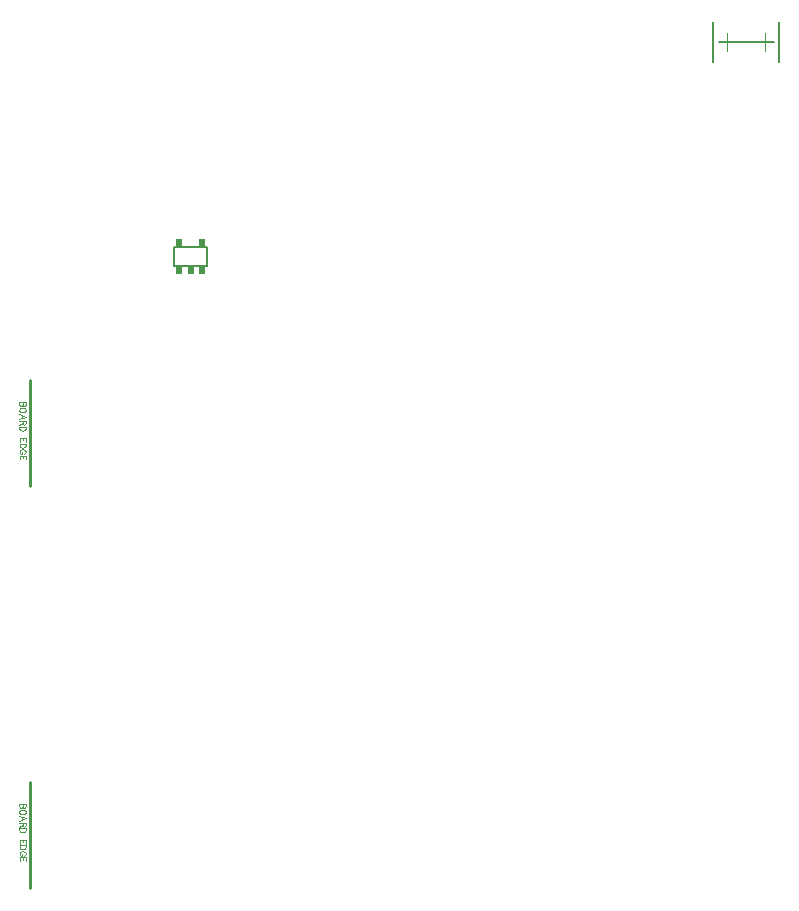
<source format=gbr>
G04 DipTrace 3.3.1.3*
G04 TopAssy.gbr*
%MOMM*%
G04 #@! TF.FileFunction,Drawing,Top*
G04 #@! TF.Part,Single*
%ADD10C,0.25*%
%ADD64C,0.127*%
%ADD65C,0.07*%
%ADD72C,0.1524*%
%ADD152C,0.07843*%
%FSLAX35Y35*%
G04*
G71*
G90*
G75*
G01*
G04 TopAssy*
%LPD*%
X1014516Y6455016D2*
D10*
Y5554984D1*
Y3053016D2*
Y2152984D1*
X6848546Y9314000D2*
D64*
X7318604D1*
X7358658Y9485130D2*
Y9142870D1*
X6798542D2*
Y9485130D1*
X6908626Y9314000D2*
X7248574D1*
X7238624Y9393986D2*
D65*
Y9234014D1*
X6918576D2*
Y9393986D1*
X2515993Y7419016D2*
D72*
X2236007D1*
Y7579004D2*
X2515993D1*
Y7419016D1*
X2236007Y7579004D2*
Y7419016D1*
G36*
X2256006Y7349016D2*
X2305989D1*
Y7414038D1*
X2256006D1*
Y7349016D1*
G37*
G36*
X2350994D2*
X2401006D1*
Y7414038D1*
X2350994D1*
Y7349016D1*
G37*
G36*
X2446011D2*
X2495994D1*
Y7414038D1*
X2446011D1*
Y7349016D1*
G37*
G36*
Y7583982D2*
X2495994D1*
Y7649004D1*
X2446011D1*
Y7583982D1*
G37*
G36*
X2256006D2*
X2305989D1*
Y7649004D1*
X2256006D1*
Y7583982D1*
G37*
X979402Y5929634D2*
D152*
Y5961192D1*
X928358D1*
Y5929634D1*
X955087Y5961192D2*
Y5941763D1*
X979402Y5913947D2*
X928358Y5913948D1*
Y5896933D1*
X930829Y5889633D1*
X935658Y5884748D1*
X940543Y5882333D1*
X947787Y5879918D1*
X959973D1*
X967273Y5882333D1*
X972102Y5884748D1*
X976987Y5889633D1*
X979402Y5896933D1*
Y5913947D1*
X967273Y5827788D2*
X972102Y5830203D1*
X976987Y5835088D1*
X979402Y5839917D1*
Y5849632D1*
X976987Y5854517D1*
X972102Y5859347D1*
X967273Y5861817D1*
X959973Y5864232D1*
X947787D1*
X940543Y5861818D1*
X935658Y5859347D1*
X930829Y5854518D1*
X928358Y5849632D1*
Y5839918D1*
X930829Y5835088D1*
X935658Y5830203D1*
X940543Y5827788D1*
X947787D1*
Y5839918D1*
X979402Y5780544D2*
Y5812102D1*
X928358D1*
Y5780544D1*
X955087Y5812102D2*
Y5792673D1*
X978314Y6266266D2*
X927270D1*
Y6244366D1*
X929741Y6237066D1*
X932155Y6234652D1*
X936985Y6232237D1*
X944285D1*
X949170Y6234652D1*
X951585Y6237066D1*
X953999Y6244366D1*
X956470Y6237066D1*
X958885Y6234652D1*
X963714Y6232237D1*
X968599D1*
X973428Y6234652D1*
X975899Y6237066D1*
X978314Y6244366D1*
Y6266266D1*
X953999D2*
Y6244366D1*
X978314Y6201951D2*
X975899Y6206836D1*
X971014Y6211665D1*
X966185Y6214136D1*
X958885Y6216551D1*
X946699D1*
X939455Y6214136D1*
X934570Y6211665D1*
X929741Y6206836D1*
X927270Y6201951D1*
Y6192236D1*
X929741Y6187407D1*
X934570Y6182522D1*
X939455Y6180107D1*
X946699Y6177692D1*
X958885D1*
X966185Y6180107D1*
X971014Y6182522D1*
X975899Y6187407D1*
X978314Y6192236D1*
Y6201951D1*
X927270Y6123092D2*
X978314Y6142577D1*
X927270Y6162006D1*
X944285Y6154706D2*
Y6130392D1*
X953999Y6107405D2*
Y6085561D1*
X956470Y6078261D1*
X958885Y6075791D1*
X963714Y6073376D1*
X968599D1*
X973428Y6075791D1*
X975899Y6078261D1*
X978314Y6085561D1*
Y6107405D1*
X927270D1*
X953999Y6090391D2*
X927270Y6073376D1*
X978314Y6057690D2*
X927270D1*
Y6040675D1*
X929741Y6033375D1*
X934570Y6028490D1*
X939455Y6026075D1*
X946699Y6023661D1*
X958885D1*
X966185Y6026075D1*
X971014Y6028490D1*
X975899Y6033375D1*
X978314Y6040675D1*
Y6057690D1*
X979402Y2527634D2*
Y2559192D1*
X928358D1*
Y2527634D1*
X955087Y2559192D2*
Y2539763D1*
X979402Y2511947D2*
X928358Y2511948D1*
Y2494933D1*
X930829Y2487633D1*
X935658Y2482748D1*
X940543Y2480333D1*
X947787Y2477918D1*
X959973D1*
X967273Y2480333D1*
X972102Y2482748D1*
X976987Y2487633D1*
X979402Y2494933D1*
Y2511947D1*
X967273Y2425788D2*
X972102Y2428203D1*
X976987Y2433088D1*
X979402Y2437917D1*
Y2447632D1*
X976987Y2452517D1*
X972102Y2457347D1*
X967273Y2459817D1*
X959973Y2462232D1*
X947787D1*
X940543Y2459818D1*
X935658Y2457347D1*
X930829Y2452518D1*
X928358Y2447632D1*
Y2437918D1*
X930829Y2433088D1*
X935658Y2428203D1*
X940543Y2425788D1*
X947787D1*
Y2437918D1*
X979402Y2378544D2*
Y2410102D1*
X928358D1*
Y2378544D1*
X955087Y2410102D2*
Y2390673D1*
X978314Y2864266D2*
X927270D1*
Y2842366D1*
X929741Y2835066D1*
X932155Y2832652D1*
X936985Y2830237D1*
X944285D1*
X949170Y2832652D1*
X951585Y2835066D1*
X953999Y2842366D1*
X956470Y2835066D1*
X958885Y2832652D1*
X963714Y2830237D1*
X968599D1*
X973428Y2832652D1*
X975899Y2835066D1*
X978314Y2842366D1*
Y2864266D1*
X953999D2*
Y2842366D1*
X978314Y2799951D2*
X975899Y2804836D1*
X971014Y2809665D1*
X966185Y2812136D1*
X958885Y2814551D1*
X946699D1*
X939455Y2812136D1*
X934570Y2809665D1*
X929741Y2804836D1*
X927270Y2799951D1*
Y2790236D1*
X929741Y2785407D1*
X934570Y2780522D1*
X939455Y2778107D1*
X946699Y2775692D1*
X958885D1*
X966185Y2778107D1*
X971014Y2780522D1*
X975899Y2785407D1*
X978314Y2790236D1*
Y2799951D1*
X927270Y2721092D2*
X978314Y2740577D1*
X927270Y2760006D1*
X944285Y2752706D2*
Y2728392D1*
X953999Y2705405D2*
Y2683561D1*
X956470Y2676261D1*
X958885Y2673791D1*
X963714Y2671376D1*
X968599D1*
X973428Y2673791D1*
X975899Y2676261D1*
X978314Y2683561D1*
Y2705405D1*
X927270D1*
X953999Y2688391D2*
X927270Y2671376D1*
X978314Y2655690D2*
X927270D1*
Y2638675D1*
X929741Y2631375D1*
X934570Y2626490D1*
X939455Y2624075D1*
X946699Y2621661D1*
X958885D1*
X966185Y2624075D1*
X971014Y2626490D1*
X975899Y2631375D1*
X978314Y2638675D1*
Y2655690D1*
M02*

</source>
